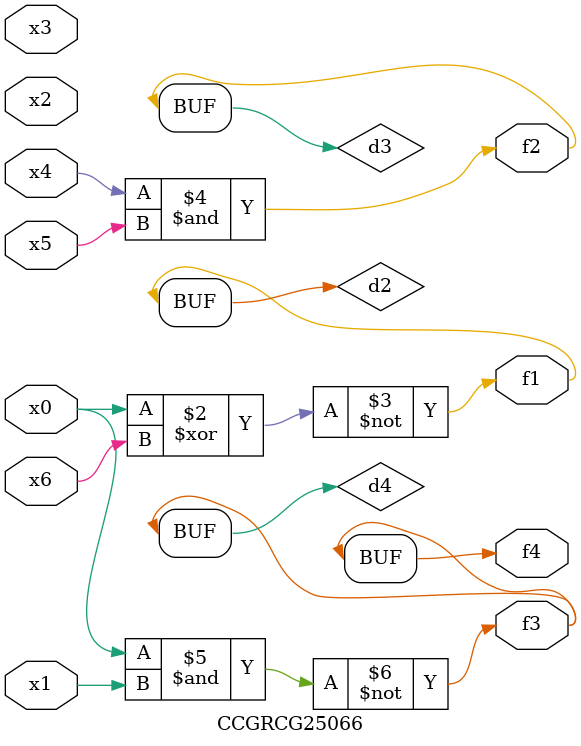
<source format=v>
module CCGRCG25066(
	input x0, x1, x2, x3, x4, x5, x6,
	output f1, f2, f3, f4
);

	wire d1, d2, d3, d4;

	nor (d1, x0);
	xnor (d2, x0, x6);
	and (d3, x4, x5);
	nand (d4, x0, x1);
	assign f1 = d2;
	assign f2 = d3;
	assign f3 = d4;
	assign f4 = d4;
endmodule

</source>
